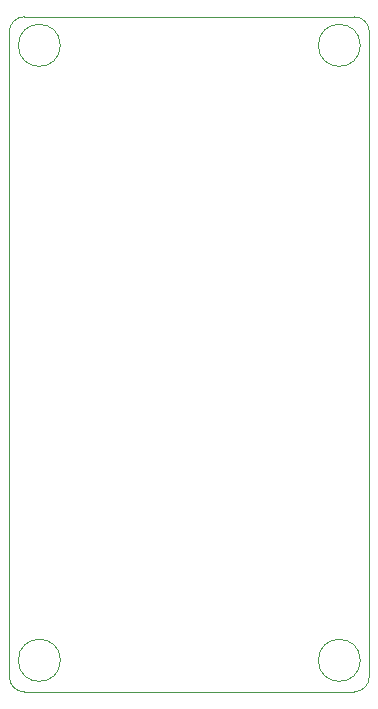
<source format=gbr>
%TF.GenerationSoftware,KiCad,Pcbnew,5.1.9*%
%TF.CreationDate,2021-03-28T18:49:31-04:00*%
%TF.ProjectId,easybutton,65617379-6275-4747-946f-6e2e6b696361,rev?*%
%TF.SameCoordinates,Original*%
%TF.FileFunction,Profile,NP*%
%FSLAX46Y46*%
G04 Gerber Fmt 4.6, Leading zero omitted, Abs format (unit mm)*
G04 Created by KiCad (PCBNEW 5.1.9) date 2021-03-28 18:49:31*
%MOMM*%
%LPD*%
G01*
G04 APERTURE LIST*
%TA.AperFunction,Profile*%
%ADD10C,0.050000*%
%TD*%
G04 APERTURE END LIST*
D10*
X130052530Y-123063000D02*
G75*
G03*
X130052530Y-123063000I-1782530J0D01*
G01*
X155448000Y-123063000D02*
G75*
G03*
X155448000Y-123063000I-1778000J0D01*
G01*
X155448000Y-70993000D02*
G75*
G03*
X155448000Y-70993000I-1778000J0D01*
G01*
X130048000Y-70993000D02*
G75*
G03*
X130048000Y-70993000I-1778000J0D01*
G01*
X125730000Y-69850000D02*
G75*
G02*
X127000000Y-68580000I1270000J0D01*
G01*
X154940000Y-68580000D02*
G75*
G02*
X156210000Y-69850000I0J-1270000D01*
G01*
X156210000Y-124460000D02*
G75*
G02*
X154940000Y-125730000I-1270000J0D01*
G01*
X127000000Y-125730000D02*
G75*
G02*
X125730000Y-124460000I0J1270000D01*
G01*
X154940000Y-125730000D02*
X127000000Y-125730000D01*
X156210000Y-69850000D02*
X156210000Y-124460000D01*
X127000000Y-68580000D02*
X154940000Y-68580000D01*
X125730000Y-124460000D02*
X125730000Y-69850000D01*
M02*

</source>
